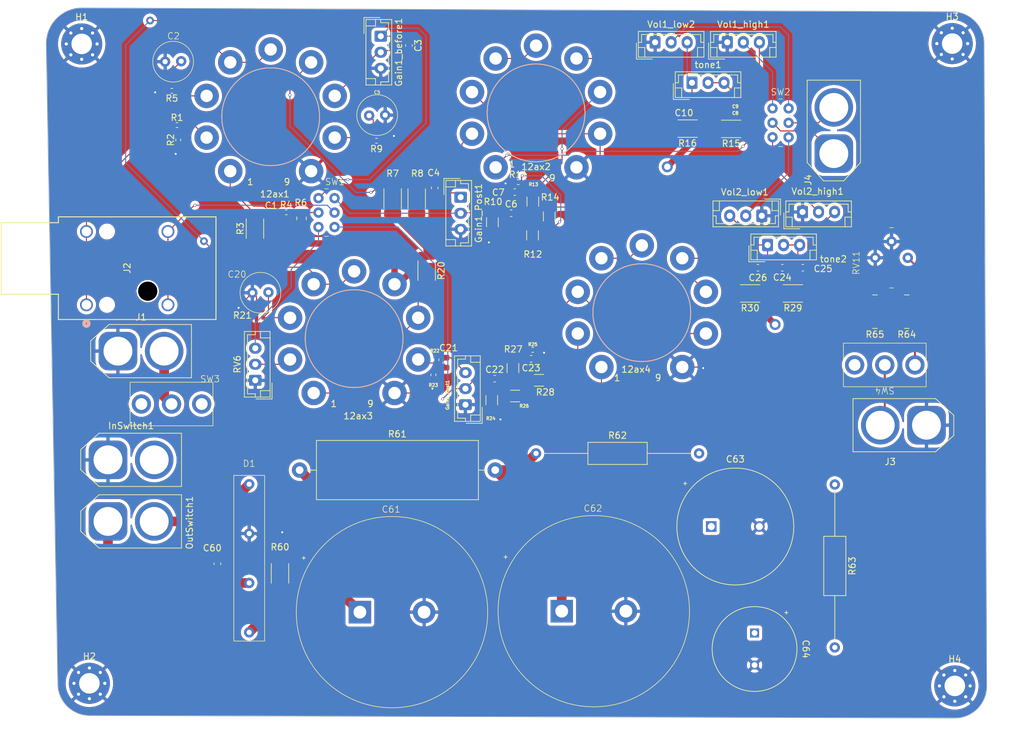
<source format=kicad_pcb>
(kicad_pcb (version 20241229) (generator "pcbnew") (generator_version "9.0")
  (layers (0 "F.Cu" signal) (4 "In1.Cu" signal) (6 "In2.Cu" signal) (2 "B.Cu" signal) (13 "F.Paste" user) (15 "B.Paste" user) (5 "F.SilkS" user "F.Silkscreen") (7 "B.SilkS" user "B.Silkscreen") (1 "F.Mask" user) (3 "B.Mask" user) (25 "Edge.Cuts" user))
  (net 0 "")
  (net 1 "Net-(C1-Pad2)")
  (net 2 "Net-(12ax1-1)")
  (net 3 "Net-(12ax1-3)")
  (net 4 "/Préampli/7")
  (net 5 "Net-(C3-Pad1)")
  (net 6 "Net-(C4-Pad1)")
  (net 7 "Net-(C4-Pad2)")
  (net 8 "Net-(12ax1-8)")
  (net 9 "Net-(C6-Pad1)")
  (net 10 "Net-(12ax2-2)")
  (net 11 "Net-(12ax2-7)")
  (net 12 "Net-(C8-Pad2)")
  (net 13 "Net-(12ax2-1)")
  (net 14 "Net-(C9-Pad1)")
  (net 15 "Net-(C10-Pad2)")
  (net 16 "Net-(12ax2-6)")
  (net 17 "Net-(12ax3-3)")
  (net 18 "Net-(C21-Pad1)")
  (net 19 "Net-(C21-Pad2)")
  (net 20 "Net-(C22-Pad1)")
  (net 21 "Net-(12ax4-2)")
  (net 22 "Net-(12ax4-7)")
  (net 23 "Net-(12ax4-1)")
  (net 24 "Net-(C24-Pad2)")
  (net 25 "Net-(C25-Pad1)")
  (net 26 "Net-(12ax4-6)")
  (net 27 "Net-(C26-Pad2)")
  (net 28 "Net-(OutSwitch1-Pin_1)")
  (net 29 "Net-(OutSwitch1-Pin_2)")
  (net 30 "Heater1_B")
  (net 31 "Net-(J4-Pin_2)")
  (net 32 "Net-(J4-Pin_1)")
  (net 33 "Net-(12ax1-2)")
  (net 34 "Net-(J2-Pad1)")
  (net 35 "D")
  (net 36 "Net-(R4-Pad2)")
  (net 37 "Net-(R11-Pad2)")
  (net 38 "Net-(12ax2-3)")
  (net 39 "C")
  (net 40 "Net-(12ax3-1)")
  (net 41 "Net-(12ax3-8)")
  (net 42 "Net-(R25-Pad2)")
  (net 43 "Net-(12ax4-3)")
  (net 44 "Heater1_A")
  (net 45 "Net-(RV6-Pad3)")
  (net 46 "Net-(12ax3-2)")
  (net 47 "5")
  (net 48 "2")
  (net 49 "3")
  (net 50 "+250V")
  (net 51 "Net-(J1-Pin_2)")
  (net 52 "Net-(J3-Pin_2)")
  (net 55 "/Préampli/neutre")
  (net 56 "Net-(D1-+)")
  (net 57 "Net-(C62-Pad1)")
  (net 58 "/Préampli/6")
  (net 59 "10")
  (footprint "Library_f:Holes_Switch_DPDT" (layer "F.Cu") (at 66.7 64.55)
    (property "Reference" "SW1")
    (property "Value" "SW_Push_DPDT")
  )
  (footprint "Connector_JST:JST_EH_B3B-EH-A_1x03_P2.50mm_Vertical" (layer "F.Cu") (at 140.875 64.45)
    (property "Reference" "Vol2_high1")
    (property "Value" "1M")
  )
  (footprint "Connector_JST:JST_EH_B3B-EH-A_1x03_P2.50mm_Vertical" (layer "F.Cu") (at 87.6 62.15 -90)
    (property "Reference" "Gain1_Post1")
    (property "Value" "1M")
  )
  (footprint "Preamp:NOVAL_BOTTOM_PCB" (layer "F.Cu") (at 115.8322 80.1512)
    (property "Reference" "12ax4")
    (property "Value" "~")
  )
  (footprint "Capacitor_SMD:C_0603_1608Metric" (layer "F.Cu") (at 95.475 64.65)
    (property "Reference" "C6")
    (property "Value" "47n")
  )
  (footprint "Connector_JST:JST_EH_B3B-EH-A_1x03_P2.50mm_Vertical" (layer "F.Cu") (at 135.425 69.6)
    (property "Reference" "tone2")
    (property "Value" "500k")
  )
  (footprint "Resistor_SMD:R_0402_1005Metric" (layer "F.Cu") (at 42.6 45.5667 180)
    (property "Reference" "R5")
    (property "Value" "1.5k")
  )
  (footprint "Capacitor_SMD:C_0603_1608Metric" (layer "F.Cu") (at 133.925 73.15)
    (property "Reference" "C26")
    (property "Value" "68n")
  )
  (footprint "Resistor_SMD:R_1206_3216Metric" (layer "F.Cu") (at 96.0875 93.15)
    (property "Reference" "R26")
    (property "Value" "1M")
  )
  (footprint "Resistor_SMD:R_2010_5025Metric" (layer "F.Cu") (at 55.55 67.05 90)
    (property "Reference" "R3")
    (property "Value" "100k")
  )
  (footprint "Resistor_SMD:R_0402_1005Metric" (layer "F.Cu") (at 60.425 64.5)
    (property "Reference" "R4")
    (property "Value" "68k")
  )
  (footprint "Capacitor_SMD:C_0603_1608Metric" (layer "F.Cu") (at 137.725 73.15)
    (property "Reference" "C24")
    (property "Value" "68n")
  )
  (footprint "Capacitor_SMD:C_0201_0603Metric" (layer "F.Cu") (at 58.075 64.5)
    (property "Reference" "C1")
    (property "Value" "1n")
  )
  (footprint "Resistor_SMD:R_0402_1005Metric" (layer "F.Cu") (at 74.49 53.3467)
    (property "Reference" "R9")
    (property "Value" "1.5k")
  )
  (footprint "Resistor_SMD:R_0402_1005Metric" (layer "F.Cu") (at 56.3 80.9233 180)
    (property "Reference" "R21")
    (property "Value" "1.5k")
  )
  (footprint "Capacitor_SMD:C_0603_1608Metric" (layer "F.Cu") (at 92.9 90.45)
    (property "Reference" "C22")
    (property "Value" "68n")
  )
  (footprint "Resistor_THT:R_Axial_DIN0309_L9.0mm_D3.2mm_P25.40mm_Horizontal" (layer "F.Cu") (at 145.9 106.95 -90)
    (property "Reference" "R63")
    (property "Value" "10k")
  )
  (footprint "Connector_JST:JST_EH_B3B-EH-A_1x03_P2.50mm_Vertical" (layer "F.Cu") (at 117.9 38)
    (property "Reference" "Vol1_low2")
    (property "Value" "1M")
  )
  (footprint "Resistor_SMD:R_0805_2012Metric" (layer "F.Cu") (at 62.8 65.45 -90)
    (property "Reference" "R6")
    (property "Value" "470k")
  )
  (footprint "Resistor_SMD:R_1206_3216Metric" (layer "F.Cu") (at 99.8 90.7)
    (property "Reference" "R28")
    (property "Value" "2.2k")
  )
  (footprint "Library_f:Capa_450V" (layer "F.Cu") (at 108.35 126.7)
    (property "Reference" "C62")
    (property "Value" "47u")
  )
  (footprint "Resistor_SMD:R_1206_3216Metric" (layer "F.Cu") (at 101.4 65.1533 90)
    (property "Reference" "R14")
    (property "Value" "2.2k")
  )
  (footprint "Preamp:CONN_NRJ4HF-1_NTK" (layer "F.Cu") (at 29.291104 78.9316 90)
    (property "Reference" "J2")
    (property "Value" "Jack-DC")
  )
  (footprint "Library_f:Potentiomètre_220" (layer "F.Cu") (at 154.74 71.6 180)
    (property "Reference" "RV11")
    (property "Value" "220")
  )
  (footprint "Resistor_SMD:R_0402_1005Metric" (layer "F.Cu") (at 83.35 89.85 -90)
    (property "Reference" "R23")
    (property "Value" "100k")
  )
  (footprint "Connector_AMASS:AMASS_XT60-M_1x02_P7.20mm_Vertical" (layer "F.Cu") (at 32.65 103.1)
    (property "Reference" "InSwitch1")
    (property "Value" "Conn_01x02")
  )
  (footprint "Library_f:Capa_L11mm_a2.5" (layer "F.Cu") (at 74.59 49.3467)
    (property "Reference" "C5")
    (property "Value" "22u")
  )
  (footprint "Resistor_SMD:R_2010_5025Metric" (layer "F.Cu") (at 80.75 62.3625 90)
    (property "Reference" "R8")
    (property "Value" "100k")
  )
  (footprint "MountingHole:MountingHole_3.2mm_M3_Pad_Via" (layer "F.Cu") (at 29.75 137.95)
    (property "Reference" "H2")
    (property "Value" "MountingHole_Pad")
  )
  (footprint "MountingHole:MountingHole_3.2mm_M3_Pad_Via" (layer "F.Cu") (at 164.2 38.2)
    (property "Reference" "H3")
    (property "Value" "MountingHole_Pad")
  )
  (footprint "Library_f:472123010111" (layer "F.Cu") (at 42.55 94.4)
    (property "Reference" "SW3")
    (property "Value" "SW_SPDT")
  )
  (footprint "Library_f:Capa_L11mm_a2.5" (layer "F.Cu") (at 42.8 41.0167 180)
    (property "Reference" "C2")
    (property "Value" "22u")
  )
  (footprint "Resistor_SMD:R_2010_5025Metric" (layer "F.Cu") (at 139.375 77.15 180)
    (property "Reference" "R29")
    (property "Value" "100k")
  )
  (footprint "Library_f:CP_Wurth_WCAP-AT1H-P5D13L25" (layer "F.Cu") (at 133.4 130.1 -90)
    (property "Reference" "C64")
    (property "Value" "22u")
  )
  (footprint "Connector_JST:JST_EH_B3B-EH-A_1x03_P2.50mm_Vertical" (layer "F.Cu") (at 55.6 90.7 90)
    (property "Reference" "RV6")
    (property "Value" "1M")
  )
  (footprint "Resistor_SMD:R_1020_2550Metric" (layer "F.Cu") (at 152.165 80 180)
    (property "Reference" "R65")
    (property "Value" "470")
  )
  (footprint "Resistor_SMD:R_0402_1005Metric" (layer "F.Cu") (at 43.4 50.91)
    (property "Reference" "R1")
    (property "Value" "68k")
  )
  (footprint "Resistor_SMD:R_1206_3216Metric" (layer "F.Cu") (at 92.55 66.05 -90)
    (property "Reference" "R10")
    (property "Value" "220k")
  )
  (footprint "Capacitor_SMD:C_0603_1608Metric" (layer "F.Cu") (at 140.925 73.15)
    (property "Reference" "C25")
    (property "Value" "4.7n")
  )
  (footprint "Preamp:NOVAL_BOTTOM_PCB" (layer "F.Cu") (at 58 49.6033)
    (property "Reference" "12ax1")
    (property "Value" "~")
  )
  (footprint "Resistor_SMD:R_0402_1005Metric" (layer "F.Cu") (at 98.84 85.95 180)
    (property "Reference" "R25")
    (property "Value" "47k")
  )
  (footprint "Connector_JST:JST_EH_B3B-EH-A_1x03_P2.50mm_Vertical" (layer "F.Cu") (at 123.65 44.3)
    (property "Reference" "tone1")
    (property "Value" "500k")
  )
  (footprint "Connector_AMASS:AMASS_XT60-M_1x02_P7.20mm_Vertical" (layer "F.Cu") (at 32.65 112.7)
    (property "Reference" "OutSwitch1")
    (property "Value" "Conn_01x02")
  )
  (footprint "Preamp:NOVAL_BOTTOM_PCB" (layer "F.Cu") (at 99.35 49.0033)
    (property "Reference" "12ax2")
    (property "Value" "~")
  )
  (footprint "Capacitor_SMD:C_0603_1608Metric" (layer "F.Cu") (at 96.025 61.35)
    (property "Reference" "C7")
    (property "Value" "47n")
  )
  (footprint "Capacitor_SMD:C_0201_0603Metric" (layer "F.Cu") (at 131.65 49.05)
    (property "Reference" "C8")
    (property "Value" "100n")
  )
  (footprint "Library_f:Pont_diodes" (layer "F.Cu") (at 54.65 118.45)
    (property "Reference" "D1")
    (property "Value" "4GBJ406U")
  )
  (footprint "Resistor_SMD:R_2010_5025Metric" (layer "F.Cu") (at 132.7125 77.15 180)
    (property "Reference" "R30")
    (property "Value" "100k")
  )
  (footprint "Resistor_SMD:R_1020_2550Metric" (layer "F.Cu") (at 157.115 80 180)
    (property "Reference" "R64")
    (property "Value" "470")
  )
  (footprint "MountingHole:MountingHole_3.2mm_M3_Pad_Via" (layer "F.Cu") (at 164.6 138.35)
    (property "Reference" "H4")
    (property "Value" "MountingHole_Pad")
  )
  (footprint "Preamp:NOVAL_BOTTOM_PCB" (layer "F.Cu") (at 71 84.2)
    (property "Reference" "12ax3")
    (property "Value" "~")
  )
  (footprint "Connector_JST:JST_EH_B3B-EH-A_1x03_P2.50mm_Vertical" (layer "F.Cu") (at 88.35 94.5 90)
    (property "Reference" "Gain2_Post1")
    (property "Value" "1M")
  )
  (footprint "Resistor_SMD:R_2010_5025Metric" (layer "F.Cu") (at 77 62.35 90)
    (property "Reference" "R7")
    (property "Value" "100k")
  )
  (footprint "Capacitor_SMD:C_0603_1608Metric" (layer "F.Cu") (at 49.7 119.3 -90)
    (property "Reference" "C60")
    (property "Value" "10n")
  )
  (footprint "Resistor_SMD:R_2010_5025Metric" (layer "F.Cu") (at 129.7625 51.5 180)
    (property "Reference" "R15")
    (property "Value" "100k")
  )
  (footprint "Resistor_SMD:R_2010_5025Metric" (layer "F.Cu") (at 82.3 73.6 -90)
    (property "Reference" "R20")
    (property "Value" "100k")
  )
  (footprint "Resistor_SMD:R_1206_3216Metric" (layer "F.Cu") (at 98.8 68.1033 90)
    (property "Reference" "R12")
    (property "Value" "1M")
  )
  (footprint "Capacitor_SMD:C_0201_0603Metric" (layer "F.Cu") (at 131.65 48)
    (property "Reference" "C9")
    (property "Value" "2.2n")
  )
  (footprint "Capacitor_SMD:C_0603_1608Metric" (layer "F.Cu") (at 83.55 60.7 -90)
    (property "Reference" "C4")
    (property "Value" "47n")
  )
  (footprint "Library_f:Holes_Switch_DPDT" (layer "F.Cu") (at 137.45 50.55)
    (property "Reference" "SW2")
    (property "Value" "SW_Push_DPDT")
  )
  (footprint "Resistor_SMD:R_1206_3216Metric" (layer "F.Cu") (at 92.45 93.8 -90)
    (property "Reference" "R24")
    (property "Value" "220k")
  )
  (footprint "Connector_JST:JST_EH_B3B-EH-A_1x03_P2.50mm_Vertical" (layer "F.Cu") (at 134.525 65.05 180)
    (property "Reference" "Vol2_low1")
    (property "Value" "1M")
  )
  (footprint "Resistor_SMD:R_0402_1005Metric" (layer "F.Cu") (at 43.6 53.21 90)
    (property "Reference" "R2")
    (property "Value" "1M")
  )
  (footprint "Connector_AMASS:AMASS_XT60-M_1x02_P7.20mm_Vertical" (layer "F.Cu") (at 160.19 97.7 180)
    (property "Reference" "J3")
    (property "Value" "Conn_01x02")
  )
  (footprint "Connector_AMASS:AMASS_XT60-M_1x02_P7.20mm_Vertical" (layer "F.Cu") (at 34.2 86.15)
    (property "Reference" "J1")
    (property "Value" "Conn_01x02")
  )
  (footprint "Connector_JST:JST_EH_B3B-EH-A_1x03_P2.50mm_Vertical" (layer "F.Cu") (at 75.15 37.05 -90)
    (property "Reference" "Gain1_before1")
    (property "Value" "1M")
  )
  (footprint "Capacitor_SMD:C_0201_0603Metric" (layer "F.Cu") (at 122.4 47.6)
    (property "Reference" "C10")
    (property "Value" "100n")
  )
  (footprint "Capacitor_SMD:C_0603_1608Metric" (layer "F.Cu") (at 98.575 87.35 180)
    (property "Reference" "C23")
    (property "Value" "68n")
  )
  (footprint "Connector_JST:JST_EH_B3B-EH-A_1x03_P2.50mm_Vertical" (layer "F.Cu") (at 129.15 38)
    (property "Reference" "Vol1_high1")
    (property "Value" "1M")
  )
  (footprint "Resistor_SMD:R_2010_5025Metric" (layer "F.Cu") (at 122.9625 51.45 180)
    (property "Reference" "R16")
    (property "Value" "100k")
  )
  (footprint "Resistor_SMD:R_1206_3216Metric" (layer "F.Cu") (at 98.85 62.8408 90)
    (property "Reference" "R13")
    (property "Value" "1M")
  )
  (footprint "Resistor_SMD:R_0402_1005Metric" (layer "F.Cu") (at 96.575 59.8)
    (property "Reference" "R11")
    (property "Value" "47k")
  )
  (footprint "Library_f:472123010111" (layer "F.Cu") (at 153.69 88.3 180)
    (property "Reference" "SW4")
    (property "Value" "SW_SPDT")
  )
  (footprint "Resistor_THT:R_Axial_Power_L25.0mm_W9.0mm_P30.48mm" (layer "F.Cu") (at 62.505 104.7)
    (property "Reference" "R61")
    (property "Value" "150")
  )
  (footprint "Library_f:CP_Wurth_WCAP-AT1H-P7.5D18L21" (layer "F.Cu") (at 126.65 113.5)
    (property "Reference" "C63")
    (property "Value" "33u")
  )
  (footprint "Library_f:Capa_L11mm_a2.5" (layer "F.Cu") (at 56.4 77.05 180)
    (property "Reference" "C20")
    (property "Value" "22u")
  )
  (footprint "Capacitor_SMD:C_0603_1608Metric" (layer "F.Cu") (at 79.55 38.5 -90)
    (property "Reference" "C3")
    (property "Value" "100p")
  )
  (footprint "Resistor_SMD:R_2010_5025Metric" (layer "F.Cu") (at 59.45 120.8 90)
    (property "Reference" "R60")
    (property "Value" "220k")
  )
  (footprint "Capacitor_SMD:C_0603_1608Metric" (layer "F.Cu") (at 85.375 87.95 90)
    (property "Reference" "C21")
    (property "Value" "68n")
  )
  (footprint "Library_f:Capa_450V" (layer "F.Cu") (at 76.9 126.85)
    (property "Reference" "C61")
    (property "Value" "220u")
  )
  (footprint "Resistor_SMD:R_1206_3216Metric" (layer "F.Cu") (at 95.75 88.8 90)
    (property "Reference" "R27")
    (property "Value" "1M")
  )
  (footprint "Resistor_SMD:R_0402_1005Metric" (layer "F.Cu") (at 83.825 87.5 90)
    (property "Reference" "R22")
    (property "Value" "100k")
  )
  (footprint "Resistor_THT:R_Axial_DIN0309_L9.0mm_D3.2mm_P25.40mm_Horizontal" (layer "F.Cu") (at 99.35 102.1)
    (property "Reference" "R62")
    (property "Value" "10k")
  )
  (footprint "MountingHole:MountingHole_3.2mm_M3_Pad_Via" (layer "F.Cu") (at 28.55 38.25)
    (property "Reference" "H1")
    (property "Value" "MountingHole_Pad")
  )
  (footprint "Connector_AMASS:AMASS_XT60-M_1x02_P7.20mm_Vertical" (layer "F.Cu") (at 145.75 55.35 90)
    (property "Reference" "J4")
    (property "Value" "Conn_01x02")
  )
  (gr_line (start 164.2 33.2) (end 28.6 32.6) (stroke (width 0.1)) (layer "Edge.Cuts"))
  (gr_line (start 23 38.2) (end 24.8 138) (stroke (width 0.1)) (layer "Edge.Cuts"))
  (gr_arc (start 29.8 143) (mid 26.264466 141.535534) (end 24.8 138) (stroke (width 0.1)) (layer "Edge.Cuts"))
  (gr_arc (start 23 38.2) (mid 24.640202 34.240202) (end 28.6 32.6) (stroke (width 0.1)) (layer "Edge.Cuts"))
  (gr_line (start 29.8 143) (end 164.6 143.4) (stroke (width 0.1)) (layer "Edge.Cuts"))
  (gr_arc (start 164.2 33.2) (mid 167.735534 34.664466) (end 169.2 38.2) (stroke (width 0.1)) (layer "Edge.Cuts"))
  (gr_arc (start 169.6 138.4) (mid 168.135534 141.935534) (end 164.6 143.4) (stroke (width 0.1)) (layer "Edge.Cuts"))
  (gr_line (start 169.6 138.4) (end 169.2 38.2) (stroke (width 0.1)) (layer "Edge.Cuts"))
  (segment (start 58.395 64.5) (end 59.915 64.5) (width 0.16) (layer "F.Cu") (net 1))
  (segment (start 57.5175 64.7375) (end 57.755 64.5) (width 0.16) (layer "F.Cu") (net 2))
  (segment (start 55.55 64.7375) (end 51.7008 60.8883) (width 0.16) (layer "F.Cu") (net 2))
  (segment (start 55.55 64.7375) (end 57.5175 64.7375) (width 0.16) (layer "F.Cu") (net 2))
  (segment (start 51.7008 60.8883) (end 51.7008 58.0869) (width 0.16) (layer "F.Cu") (net 2))
  (segment (start 48.0178 46.3521) (end 43.8954 46.3521) (width 0.16) (layer "F.Cu") (net 3))
  (segment (start 43.11 45.5667) (end 43.11 41.8867) (width 0.16) (layer "F.Cu") (net 3))
  (segment (start 43.11 41.8867) (end 44.05 40.9467) (width 0.16) (layer "F.Cu") (net 3))
  (segment (start 43.8954 46.3521) (end 43.11 45.5667) (width 0.16) (layer "F.Cu") (net 3))
  (segment (start 75.15 39.55) (end 74.7843 39.55) (width 0.16) (layer "F.Cu") (net 4))
  (segment (start 75.425 39.275) (end 75.15 39.55) (width 0.16) (layer "F.Cu") (net 4))
  (segment (start 74.7843 39.55) (end 67.9822 46.3521) (width 0.16) (layer "F.Cu") (net 4))
  (segment (start 79.55 39.275) (end 75.425 39.275) (width 0.16) (layer "F.Cu") (net 4))
  (segment (start 65.45 62.3) (end 68.35 59.4) (width 0.16) (layer "F.Cu") (net 5))
  (segment (start 75.15 37.05) (end 78.875 37.05) (width 0.16) (layer "F.Cu") (net 5))
  (segment (start 78.875 37.05) (end 79.55 37.725) (width 0.16) (layer "F.Cu") (net 5))
  (segment (start 68.35 59.4) (end 70 59.4) (width 0.16) (layer "F.Cu") (net 5))
  (via (at 70 59.4) (size 0.45) (drill 0.3) (layers "F.Cu" "B.Cu") (net 5))
  (segment (start 76.4 35.8) (end 75.15 37.05) (width 0.16) (layer "B.Cu") (net 5))
  (segment (start 73.4 59.4) (end 82.2 50.6) (width 0.16) (layer "B.Cu") (net 5))
  (segment (start 81 35.8) (end 76.4 35.8) (width 0.16) (layer "B.Cu") (net 5))
  (segment (start 70 59.4) (end 73.4 59.4) (width 0.16) (layer "B.Cu") (net 5))
  (segment (start 82.2 37) (end 81 35.8) (width 0.16) (layer "B.Cu") (net 5))
  (segment (start 82.2 50.6) (end 82.2 37) (width 0.16) (layer "B.Cu") (net 5))
  (segment (start 75.15 36.65) (end 75.15 37.05) (width 0.16) (layer "B.Cu") (net 5))
  (segment (start 83.425 60.05) (end 83.55 59.925) (width 0.16) (layer "F.Cu") (net 6))
  (segment (start 80.75 60.05) (end 83.425 60.05) (width 0.16) (layer "F.Cu") (net 6))
  (segment (start 83.55 61.475) (end 86.925 61.475) (width 0.16) (layer "F.Cu") (net 7))
  (segment (start 86.925 61.475) (end 87.6 62.15) (width 0.16) (layer "F.Cu") (net 7))
  (segment (start 73.98 50.0567) (end 73.34 49.4167) (width 0.16) (layer "F.Cu") (net 8))
  (segment (start 73.4878 52.8545) (end 73.98 53.3467) (width 0.16) (layer "F.Cu") (net 8))
  (segment (start 67.9822 52.8545) (end 73.4878 52.8545) (width 0.16) (layer "F.Cu") (net 8))
  (segment (start 73.98 53.3467) (end 73.98 50.0567) (width 0.16) (layer "F.Cu") (net 8))
  (segment (start 92.55 64.5875) (end 87.6625 64.5875) (width 0.16) (layer "F.Cu") (net 9))
  (segment (start 92.6125 64.65) (end 92.55 64.5875) (width 0.16) (layer "F.Cu") (net 9))
  (segment (start 87.6625 64.5875) (end 87.6 64.65) (width 0.16) (layer "F.Cu") (net 9))
  (segment (start 94.7 64.65) (end 92.6125 64.65) (width 0.16) (layer "F.Cu") (net 9))
  (segment (start 70.3 64.65) (end 67.95 62.3) (width 0.16) (layer "B.Cu") (net 9))
  (segment (start 87.6 64.65) (end 70.3 64.65) (width 0.16) (layer "B.Cu") (net 9))
  (segment (start 96.25 64.65) (end 96.25 67.0158) (width 0.16) (layer "F.Cu") (net 10))
  (segment (start 96.25 67.0158) (end 98.8 69.5658) (width 0.16) (layer "F.Cu") (net 10))
  (segment (start 87.8 56.2) (end 87.8 53.8223) (width 0.16) (layer "F.Cu") (net 10))
  (segment (start 87.8 53.8223) (end 89.3678 52.2545) (width 0.16) (layer "F.Cu") (net 10))
  (segment (start 96.25 64.65) (end 87.8 56.2) (width 0.16) (layer "F.Cu") (net 10))
  (segment (start 98.8217 61.35) (end 98.85 61.3783) (width 0.16) (layer "F.Cu") (net 11))
  (segment (start 98.85 61.3783) (end 103.4 56.8283) (width 0.16) (layer "F.Cu") (net 11))
  (segment (start 103.4 56.8283) (end 103.4 54.6) (width 0.16) (layer "F.Cu") (net 11))
  (segment (start 96.8 61.35) (end 98.8217 61.35) (width 0.16) (layer "F.Cu") (net 11))
  (via (at 103.4 54.6) (size 0.45) (drill 0.3) (layers "F.Cu" "B.Cu") (net 11))
  (segment (start 103.4 54.6) (end 103.4 51.6843) (width 0.16) (layer "B.Cu") (net 11))
  (segment (start 103.4 51.6843) (end 109.3322 45.7521) (width 0.16) (layer "B.Cu") (net 11))
  (segment (start 131.97 48) (end 131.97 49.05) (width 0.16) (layer "F.Cu") (net 12))
  (segment (start 134.15 45.65) (end 134.15 38) (width 0.16) (layer "F.Cu") (net 12))
  (segment (start 131.97 48) (end 131.97 47.83) (width 0.16) (layer "F.Cu") (net 12))
  (segment (start 131.97 47.83) (end 134.15 45.65) (width 0.16) (layer "F.Cu") (net 12))
  (segment (start 93.0508 57.4869) (end 93.0508 57.3492) (width 0.16) (layer "F.Cu") (net 13))
  (segment (start 131.6 54.2) (end 132.075 53.725) (width 0.16) (layer "F.Cu") (net 13))
  (segment (start 132.075 49.795) (end 131.33 49.05) (width 0.16) (layer "F.Cu") (net 13))
  (segment (start 132.075 51.5) (end 132.075 49.795) (width 0.16) (layer "F.Cu") (net 13))
  (segment (start 132.075 53.725) (end 132.075 51.5) (width 0.16) (layer "F.Cu") (net 13))
  (segment (start 93.0508 57.3492) (end 94.8 55.6) (width 0.16) (layer "F.Cu") (net 13))
  (via (at 131.6 54.2) (size 0.45) (drill 0.3) (layers "F.Cu" "B.Cu") (net 13))
  (via (at 94.8 55.6) (size 0.45) (drill 0.3) (layers "F.Cu" "B.Cu") (net 13))
  (segment (start 130.8 55) (end 131.6 54.2) (width 0.16) (layer "B.Cu") (net 13))
  (segment (start 105 55) (end 130.8 55) (width 0.16) (layer "B.Cu") (net 13))
  (segment (start 94.8 55.6) (end 104.4 55.6) (width 0.16) (layer "B.Cu") (net 13))
  (segment (start 104.4 55.6) (end 105 55) (width 0.16) (layer "B.Cu") (net 13))
  (segment (start 131.33 46.98) (end 128.65 44.3) (width 0.16) (layer "F.Cu") (net 14))
  (segment (start 131.33 48) (end 131.33 46.98) (width 0.16) (layer "F.Cu") (net 14))
  (segment (start 128.65 44.3) (end 126.15 44.3) (width 0.16) (layer "F.Cu") (net 14))
  (segment (start 123.65 44.3) (end 123.65 46.67) (width 0.16) (layer "F.Cu") (net 15))
  (segment (start 123.65 46.67) (end 122.72 47.6) (width 0.16) (layer "F.Cu") (net 15))
  (segment (start 122.9 38) (end 122.9 43.55) (width 0.16) (layer "B.Cu") (net 15))
  (segment (start 122.9 43.55) (end 123.65 44.3) (width 0.16) (layer "B.Cu") (net 15))
  (segment (start 120.65 49.03) (end 122.08 47.6) (width 0.16) (layer "F.Cu") (net 16))
  (segment (start 109.7197 40.5197) (end 120.65 51.45) (width 0.16) (layer "F.Cu") (net 16))
  (segment (start 120.65 51.45) (end 120.65 49.03) (width 0.16) (layer "F.Cu") (net 16))
  (segment (start 105.6492 40.5197) (end 109.7197 40.5197) (width 0.16) (layer "F.Cu") (net 16))
  (segment (start 57.65 80.0833) (end 56.81 80.9233) (width 0.16) (layer "F.Cu") (net 17))
  (segment (start 57.65 76.98) (end 57.65 80.0833) (width 0.16) (layer "F.Cu") (net 17))
  (segment (start 60.9923 80.9233) (end 61.0178 80.9488) (width 0.16) (layer "F.Cu") (net 17))
  (segment (start 56.81 80.9233) (end 60.9923 80.9233) (width 0.16) (layer "F.Cu") (net 17))
  (segment (start 85.375 88.725) (end 85.375 88.54) (width 0.16) (layer "F.Cu") (net 18))
  (segment (start 85.375 88.54) (end 83.825 86.99) (width 0.16) (layer "F.Cu") (net 18))
  (segment (start 86.025 87.175) (end 85.375 87.175) (width 0.16) (layer "F.Cu") (net 19))
  (segment (start 88.35 89.5) (end 86.025 87.175) (width 0.16) (layer "F.Cu") (net 19))
  (segment (start 86.4 92) (end 84.8 93.6) (width 0.16) (layer "F.Cu") (net 20))
  (segment (start 92.125 90.45) (end 92.125 92.0125) (width 0.16) (layer "F.Cu") (net 20))
  (segment (start 89.9 90.45) (end 88.35 92) (width 0.16) (layer "F.Cu") (net 20))
  (segment (start 92.125 90.45) (end 89.9 90.45) (width 0.16) (layer "F.Cu") (net 20))
  (segment (start 88.35 92) (end 86.4 92) (width 0.16) (layer "F.Cu") (net 20))
  (segment (start 92.125 92.0125) (end 92.45 92.3375) (width 0.16) (layer "F.Cu") (net 20))
  (via (at 84.8 93.6) (size 0.45) (drill 0.3) (layers "F.Cu" "B.Cu") (net 20))
  (segment (start 77.8 66.8) (end 67.95 66.8) (width 0.16) (layer "B.Cu") (net 20))
  (segment (start 84.8 93.6) (end 85.6 92.8) (width 0.16) (layer "B.Cu") (net 20))
  (segment (start 85.6 74.6) (end 77.8 66.8) (width 0.16) (layer "B.Cu") (net 20))
  (segment (start 85.6 92.8) (end 85.6 74.6) (width 0.16) (layer "B.Cu") (net 20))
  (segment (start 105.85 83.4024) (end 105.85 92.55) (width 0.16) (layer "F.Cu") (net 21))
  (segment (start 94.625 93.15) (end 94.625 95.025) (width 0.16) (layer "F.Cu") (net 21))
  (segment (start 100.8 97.6) (end 97.2 97.6) (width 0.16) (layer "F.Cu") (net 21))
  (segment (start 93.675 90.45) (end 93.675 92.2) (width 0.16) (layer "F.Cu") (net 21))
  (segment (start 94.625 95.025) (end 97.2 97.6) (width 0.16) (layer "F.Cu") (net 21))
  (segment (start 105.85 92.55) (end 100.8 97.6) (width 0.16) (layer "F.Cu") (net 21))
  (segment (start 93.675 92.2) (end 94.625 93.15) (width 0.16) (layer "F.Cu") (net 21))
  (segment (start 123.3144 74.4) (end 102.8 74.4) (width 0.16) (layer "F.Cu") (net 22))
  (segment (start 95.75 81.45) (end 95.75 87.3375) (width 0.16) (layer "F.Cu") (net 22))
  (segment (start 102.8 74.4) (end 95.75 81.45) (width 0.16) (layer "F.Cu") (net 22))
  (segment (start 95.75 87.3375) (end 97.7875 87.3375) (width 0.16) (layer "F.Cu") (net 22))
  (segment (start 125.8144 76.9) (end 123.3144 74.4) (width 0.16) (layer "F.Cu") (net 22))
  (segment (start 97.7875 87.3375) (end 97.8 87.35) (width 0.16) (layer "F.Cu") (net 22))
  (segment (start 141.6875 81.3125) (end 128.8 94.2) (width 0.16) (layer "F.Cu") (net 23))
  (segment (start 128.8 94.2) (end 112.4 94.2) (width 0.16) (layer "F.Cu") (net 23))
  (segment (start 140.95 77.15) (end 141.6875 77.15) (width 0.16) (layer "F.Cu") (net 23))
  (segment (start 136.95 73.15) (end 140.95 77.15) (width 0.16) (layer "F.Cu") (net 23))
  (segment (start 112.4 94.2) (end 109.533 91.333) (width 0.16) (layer "F.Cu") (net 23))
  (segment (start 141.6875 77.15) (end 141.6875 81.3125) (width 0.16) (layer "F.Cu") (net 23))
  (segment (start 109.533 91.333) (end 109.533 88.6348) (width 0.16) (layer "F.Cu") (net 23))
  (segment (start 141.7 73.15) (end 141.7 68.625) (width 0.16) (layer "F.Cu") (net 24))
  (segment (start 139.75 74.4) (end 140.45 74.4) (width 0.16) (layer "F.Cu") (net 24))
  (segment (start 138.5 73.15) (end 139.75 74.4) (width 0.16) (layer "F.Cu") (net 24))
  (segment (start 140.45 74.4) (end 141.7 73.15) (width 0.16) (layer "F.Cu") (net 24))
  (segment (start 141.7 68.625) (end 145.875 64.45) (width 0.16) (layer "F.Cu") (net 24))
  (segment (start 140.15 73.15) (end 140.15 69.875) (width 0.16) (layer "F.Cu") (net 25))
  (segment (start 140.15 69.875) (end 140.425 69.6) (width 0.16) (layer "F.Cu") (net 25))
  (segment (start 137.925 69.6) (end 140.425 69.6) (width 0.16) (layer "F.Cu") (net 25))
  (segment (start 124.9176 71.6676) (end 130.4 77.15) (width 0.16) (layer "F.Cu") (net 26))
  (segment (start 133.15 73.15) (end 133.15 74.4) (width 0.16) (layer "F.Cu") (net 26))
  (segment (start 133.15 74.4) (end 130.4 77.15) (width 0.16) (layer "F.Cu") (net 26))
  (segment (start 122.1314 71.6676) (end 124.9176 71.6676) (width 0.16) (layer "F.Cu") (net 26))
  (segment (start 135.425 72.425) (end 134.7 73.15) (width 0.16) (layer "F.Cu") (net 27))
  (segment (start 135.425 69.6) (end 135.425 72.425) (width 0.16) (layer "F.Cu") (net 27))
  (segment (start 134.075 69.6) (end 135.425 69.6) (width 0.16) (layer "F.Cu") (net 27))
  (segment (start 129.525 65.05) (end 134.075 69.6) (width 0.16) (layer "F.Cu") (net 27))
  (segment (start 54.65 122.3) (end 50.5 122.3) (width 1.5) (layer "F.Cu") (net 28))
  (segment (start 32.65 123.85) (end 34.8 126) (width 1.5) (layer "F.Cu") (net 28))
  (segment (start 50.5 122.3) (end 49.7 121.5) (width 1.5) (layer "F.Cu") (net 28))
  (segment (start 34.8 126) (end 39.8 126) (width 1.5) (layer "F.Cu") (net 28))
  (segment (start 32.65 112.7) (end 32.65 123.85) (width 1.5) (layer "F.Cu") (net 28))
  (segment (start 49.7 120.075) (end 49.7 121.5) (width 1.5) (layer "F.Cu") (net 28))
  (segment (start 45.725 120.075) (end 49.7 120.075) (width 1.5) (layer "F.Cu") (net 28))
  (segment (start 39.8 126) (end 45.725 120.075) (width 1.5) (layer "F.Cu") (net 28))
  (segment (start 49.7 117.7) (end 49.7 118.274) (width 1.5) (layer "F.Cu") (net 29))
  (segment (start 49.8 111.75) (end 49.8 117.6) (width 1.5) (layer "F.Cu") (net 29))
  (segment (start 44.7 112.7) (end 49.7 117.7) (width 1.5) (layer "F.Cu") (net 29))
  (segment (start 54.65 106.9) (end 49.8 111.75) (width 1.5) (layer "F.Cu") (net 29))
  (segment (start 39.85 112.7) (end 44.7 112.7) (width 1.5) (layer "F.Cu") (net 29))
  (segment (start 49.8 117.6) (end 49.7 117.7) (width 1.5) (layer "F.Cu") (net 29))
  (segment (start 100.6 87) (end 100.6 86.4) (width 0.16) (layer "F.Cu") (net 30))
  (segment (start 40.2333 45.5667) (end 40 45.8) (width 0.16) (layer "F.Cu") (net 30))
  (segment (start 125.2348 88.6348) (end 125.4 88.8) (width 0.16) (layer "F.Cu") (net 30))
  (segment (start 43.6 53.72) (end 43.6 55) (width 0.16) (layer "F.Cu") (net 30))
  (segment (start 93.8 96.6125) (end 93.8 96.8) (width 0.16) (layer "F.Cu") (net 30))
  (segment (start 75 53.3467) (end 76.4533 53.3467) (width 0.16) (layer "F.Cu") (net 30))
  (segment (start 82.5164 92.6836) (end 83.2 92) (width 0.16) (layer "F.Cu") (net 30))
  (segment (start 100.6 87) (end 100.25 87.35) (width 0.16) (layer "F.Cu") (net 30))
  (segment (start 53 79.2) (end 53 79.4) (width 0.16) (layer "F.Cu") (net 30))
  (segment (start 122.1314 88.6348) (end 125.2348 88.6348) (width 0.16) (layer "F.Cu") (net 30))
  (segment (start 76.4533 53.3467) (end 77.2 52.6) (width 0.16) (layer "F.Cu") (net 30))
  (segment (start 55.79 77.69) (end 55.15 77.05) (width 0.16) (layer "F.Cu") (net 30))
  (segment (start 77.2992 92.6836) (end 82.5164 92.6836) (width 0.16) (layer "F.Cu") (net 30))
  (segment (start 94.8 59.8) (end 94.6 60) (width 0.16) (layer "F.Cu") (net 30))
  (segment (start 55.5625 114.6) (end 54.65 114.6) (width 0.16) (layer "F.Cu") (net 30))
  (segment (start 99.35 85.95) (end 100.15 85.95) (width 0.16) (layer "F.Cu") (net 30))
  (segment (start 59.6 114.6) (end 59.8 114.4) (width 0.16) (layer "F.Cu") (net 30))
  (segment (start 83.35 91.85) (end 83.2 92) (width 0.16) (layer "F.Cu") (net 30))
  (segment (start 43.6 55) (end 43.2 55.4) (width 0.16) (layer "F.Cu") (net 30))
  (segment (start 59.45 118.4875) (end 55.5625 114.6) (width 0.16) (layer "F.Cu") (net 30))
  (segment (start 96.065 59.8) (end 94.8 59.8) (width 0.16) (layer "F.Cu") (net 30))
  (segment (start 100.15 85.95) (end 100.6 86.4) (width 0.16) (layer "F.Cu") (net 30))
  (segment (start 92.55 67.5125) (end 92.55 68.65) (width 0.16) (layer "F.Cu") (net 30))
  (segment (start 55.15 77.05) (end 53 79.2) (width 0.16) (layer "F.Cu") (net 30))
  (segment (start 55.79 80.9233) (end 54.5233 80.9233) (width 0.16) (layer "F.Cu") (net 30))
  (segment (start 95.25 60.615) (end 96.065 59.8) (width 0.16) (layer "F.Cu") (net 30))
  (segment (start 55.79 80.9233) (end 55.79 77.69) (width 0.16) (layer "F.Cu") (net 30))
  (segment (start 54.5233 80.9233) (end 53 79.4) (width 0.16) (layer "F.Cu") (net 30))
  (segment (start 92.55 68.65) (end 92 69.2) (width 0.16) (layer "F.Cu") (net 30))
  (segment (start 54.65 114.6) (end 59.6 114.6) (width 0.16) (layer "F.Cu") (net 30))
  (segment (start 100.25 87.35) (end 99.35 87.35) (width 0.16) (layer "F.Cu") (net 30))
  (segment (start 42.09 45.5667) (end 40.2333 45.5667) (width 0.16) (layer "F.Cu") (net 30))
  (segment (start 83.35 90.36) (end 83.35 91.85) (width 0.16) (layer "F.Cu") (net 30))
  (segment (start 95.25 61.35) (end 95.25 60.615) (width 0.16) (layer "F.Cu") (net 30))
  (segment (start 92.45 95.2625) (end 93.8 96.6125) (width 0.16) (layer "F.Cu") (net 30))
  (via (at 59.8 114.4) (size 0.45) (drill 0.3) (layers "F.Cu" "B.Cu") (net 30))
  (via (at 93.8 96.8) (size 0.45) (drill 0.3) (layers "F.Cu" "B.Cu") (net 30))
  (via (at 43.2 55.4) (size 0.45) (drill 0.3) (layers "F.Cu" "B.Cu") (net 30))
  (via (at 125.4 88.8) (size 0.45) (drill 0.3) (layers "F.Cu" "B.Cu") (net 30))
  (via (at 94.6 60) (size 0.45) (drill 0.3) (layers "F.Cu" "B.Cu") (net 30))
  (via (at 100.6 86.4) (size 0.45) (drill 0.3) (layers "F.Cu" "B.Cu") (net 30))
  (via (at 83.2 92) (size 0.45) (drill 0.3) (layers "F.Cu" "B.Cu") (net 30))
  (via (at 92 69.2) (size 0.45) (drill 0.3) (layers "F.Cu" "B.Cu") (net 30))
  (via (at 77.2 52.6) (size 0.45) (drill 0.3) (layers "F.Cu" "B.Cu") (net 30))
  (via (at 53 79.4) (size 0.45) (drill 0.3) (layers "F.Cu" "B.Cu") (net 30))
  (via (at 40 45.8) (size 0.45) (drill 0.3) (layers "F.Cu" "B.Cu") (net 30))
  (segment (start 138.7 50.55) (end 143.35 50.55) (width 0.16) (layer "F.Cu") (net 31))
  (segment (start 143.35 50.55) (end 145.75 48.15) (width 0.16) (layer "F.Cu") (net 31))
  (segment (start 142.219 51.819) (end 145.75 55.35) (width 0.16) (layer "F.Cu") (net 32))
  (segment (start 136.2 50.55) (end 137.469 51.819) (width 0.16) (layer "F.Cu") (net 32))
  (segment (start 137.469 51.819) (end 142.219 51.819) (width 0.16) (layer "F.Cu") (net 32))
  (segment (start 48.0178 52.8545) (end 46.0733 50.91) (width 0.16) (layer "F.Cu") (net 33))
  (segment (start 46.0733 50.91) (end 43.91 50.91) (width 0.16) (layer "F.Cu") (net 33))
  (segment (start 40.49 50.91) (end 38.5 52.9) (width 0.16) (layer "F.Cu") (net 34))
  (segment (start 42.89 50.91) (end 40.49 50.91) (width 0.16) (layer "F.Cu") (net 34))
  (segment (start 38.7 52.7) (end 38.5 52.9) (width 0.16) (layer "F.Cu") (net 34))
  (segment (start 29.291104 67.5016) (end 29.291104 78.9316) (width 0.16) (layer "F.Cu") (net 34))
  (segment (start 29.291104 62.108896) (end 29.291104 67.2406) (width 0.16) (layer "F.Cu") (net 34))
  (segment (start 38.5 52.9) (end 29.291104 62.108896) (width 0.16) (layer "F.Cu") (net 34))
  (segment (start 43.6 52.7) (end 38.7 52.7) (width 0.16) (layer "F.Cu") (net 34))
  (segment (start 77.2992 72.6992) (end 77.2992 75.7164) (width 1) (layer "F.Cu") (net 35))
  (segment (start 77.2992 75.7164) (end 77.8711 75.7164) (width 1) (layer "F.Cu") (net 35))
  (segment (start 82.3 71.2875) (end 82.3 69.9625) (width 1) (layer "F.Cu") (net 35))
  (segment (start 82.3 69.9625) (end 77 64.6625) (width 1) (layer "F.Cu") (net 35))
  (segment (start 77.8711 75.7164) (end 82.3 71.2875) (width 1) (layer "F.Cu") (net 35))
  (segment (start 73.9625 69.3625) (end 77.2992 72.6992) (width 1) (layer "F.Cu") (net 35))
  (segment (start 55.55 69.3625) (end 73.9625 69.3625) (width 1) (layer "F.Cu") (net 35))
  (segment (start 62.7625 64.5) (end 62.8 64.5375) (width 0.16) (layer "F.Cu") (net 36))
  (segment (start 65.4375 64.5375) (end 65.45 64.55) (width 0.16) (layer "F.Cu") (net 36))
  (segment (start 62.8 64.5375) (end 65.4375 64.5375) (width 0.16) (layer "F.Cu") (net 36))
  (segment (start 60.935 64.5) (end 62.7625 64.5) (width 0.16) (layer "F.Cu") (net 36))
  (segment (start 98.85 64.3033) (end 98.85 66.5908) (width 0.16) (layer "F.Cu") (net 37))
  (segment (start 97.085 59.8) (end 97.085 58.915) (width 0.16) (layer "F.Cu") (net 37))
  (segment (start 97.085 58.915) (end 97.2 58.8) (width 0.16) (layer "F.Cu") (net 37))
  (segment (start 98.8 66.6408) (end 101.375 66.6408) (width 0.16) (layer "F.Cu") (net 37))
  (segment (start 101.375 66.6408) (end 101.4 66.6158) (width 0.16) (layer "F.Cu") (net 37))
  (segment (start 98.85 66.5908) (end 98.8 66.6408) (width 0.16) (layer "F.Cu") (net 37))
  (segment (start 103 66) (end 102.3842 66.6158) (width 0.16) (layer "F.Cu") (net 37))
  (segment (start 102.3842 66.6158) (end 101.4 66.6158) (width 0.16) (layer "F.Cu") (net 37))
  (via (at 103 66) (size 0.45) (drill 0.3) (layers "F.Cu" "B.Cu") (net 37))
  (via (at 97.2 58.8) (size 0.45) (drill 0.3) (layers "F.Cu" "B.Cu") (net 37))
  (segment (start 103.2 65.8) (end 103 66) (width 0.16) (layer "B.Cu") (net 37))
  (segment (start 97.2 58.8) (end 100.2 58.8) (width 0.16) (layer "B.Cu") (net 37))
  (segment (start 100.2 58.8) (end 100.4 59) (width 0.16) (layer "B.Cu") (net 37))
  (segment (start 100.4 59) (end 103.2 61.8) (width 0.16) (layer "B.Cu") (net 37))
  (segment (start 103.2 61.8) (end 103.2 65.8) (width 0.16) (layer "B.Cu") (net 37))
  (segment (start 109.3322 59.8678) (end 109.3322 52.2545) (width 0.16) (layer "F.Cu") (net 38))
  (segment (start 95.8702 52.2545) (end 89.3678 45.7521) (width 0.16) (layer "F.Cu") (net 38))
  (segment (start 105.5092 63.6908) (end 109.3322 59.8678) (width 0.16) (layer "F.Cu") (net 38))
  (segment (start 101.4 63.6908) (end 105.5092 63.6908) (width 0.16) (layer "F.Cu") (net 38))
  (segment (start 109.3322 52.2545) (end 95.8702 52.2545) (width 0.16) (layer "F.Cu") (net 38))
  (segment (start 125.275 51.925) (end 119.8 57.4) (width 1) (layer "F.Cu") (net 39))
  (segment (start 135.025 77.15) (end 135.025 80.425) (width 1) (layer "F.Cu") (net 39))
  (segment (start 125.325 51.5) (end 125.275 51.45) (width 1) (layer "F.Cu") (net 39))
  (segment (start 137.0625 77.15) (end 135.025 77.15) (width 1) (layer "F.Cu") (net 39))
  (segment (start 135.025 80.425) (end 136.6 82) (width 1) (layer "F.Cu") (net 39))
  (segment (start 125.275 51.45) (end 125.275 51.925) (width 1) (layer "F.Cu") (net 39))
  (segment (start 125.275 51.45) (end 125.275 52.125) (width 1) (layer "F.Cu") (net 39))
  (segment (start 127.45 51.5) (end 125.325 51.5) (width 1) (layer "F.Cu") (net 39))
  (via (at 136.6 82) (size 1.7) (drill 1) (layers "F.Cu" "B.Cu") (net 39))
  (via (at 119.8 57.4) (size 1.7) (drill 1) (layers "F.Cu" "B.Cu") (net 39))
  (segment (start 80.9822 77.2303) (end 82.3 75.9125) (width 0.16) (layer "F.Cu") (net 40))
  (segment (start 64.7008 92.6836) (end 69.2474 92.6836) (width 0.16) (layer "F.Cu") (net 40))
  (segment (start 69.2474 92.6836) (end 80.9822 80.9488) (width 0.16) (layer "F.Cu") (net 40))
  (segment (start 80.9822 80.9488) (end 80.9822 77.2303) (width 0.16) (layer "F.Cu") (net 40))
  (segment (start 81.541 88.01) (end 80.9822 87.4512) (width 0.16) (layer "F.Cu") (net 41))
  (segment (start 83.825 88.865) (end 83.35 89.34) (width 0.16) (layer "F.Cu") (net 41))
  (segment (start 83.825 88.01) (end 83.825 88.865) (width 0.16) (layer "F.Cu") (net 41))
  (segment (start 83.825 88.01) (end 81.541 88.01) (width 0.16) (layer "F.Cu") (net 41))
  (segment (start 97.55 91.4875) (end 98.3375 90.7) (width 0.16) (layer "F.Cu") (net 42))
  (segment (start 101.4 87.6) (end 98.3375 90.6625) (width 0.16) (layer "F.Cu") (net 42))
  (segment (start 99.68 84.6) (end 100.2 84.6) (width 0.16) (layer "F.Cu") (net 42))
  (segment (start 98.33 85.95) (end 99.68 84.6) (width 0.16) (layer "F.Cu") (net 42))
  (segment (start 101.4 85.8) (end 101.4 87.6) (width 0.16) (layer "F.Cu") (net 42))
  (segment (start 98.3375 90.7) (end 97.7 90.7) (width 0.16) (layer "F.Cu") (net 42))
  (segment (start 98.3375 90.6625) (end 98.3375 90.7) (width 0.16) (layer "F.Cu") (net 42))
  (segment (start 97.7 90.7) (end 97.2625 90.2625) (width 0.16) (layer "F.Cu") (net 42))
  (segment (start 100.2 84.6) (end 101.4 85.8) (width 0.16) (layer "F.Cu") (net 42))
  (segment (start 97.55 93.15) (end 97.55 91.4875) (width 0.16) (layer "F.Cu") (net 42))
  (segment (start 97.2625 90.2625) (end 95.75 90.2625) (width 0.16) (layer "F.Cu") (net 42))
  (segment (start 125.8144 83.4024) (end 112.3524 83.4024) (width 0.16) (layer "F.Cu") (net 43))
  (segment (start 102.8 79.95) (end 105.85 76.9) (width 0.16) (layer "F.Cu") (net 43))
  (segment (start 101.2625 90.7) (end 102.8 89.1625) (width 0.16) (layer "F.Cu") (net 43))
  (segment (start 112.3524 83.4024) (end 105.85 76.9) (width 0.16) (layer "F.Cu") (net 43))
  (segment (start 102.8 89.1625) (end 102.8 79.95) (width 0.16) (layer "F.Cu") (net 43))
  (segment (start 55.9934 41.1197) (end 58 39.1131) (width 0.16) (layer "F.Cu") (net 44))
  (segment (start 51.7008 41.1197) (end 45.1811 34.6) (width 0.16) (layer "F.Cu") (net 44))
  (segment (start 63.664122 73.064122) (end 64.7008 74.1008) (width 0.16) (layer "F.Cu") (net 44))
  (segment (start 93.0508 40.5197) (end 97.3434 40.5197) (width 0.16) (layer "F.Cu") (net 44))
  (segment (start 97.3434 40.5197) (end 99.35 38.5131) (width 0.16) (layer "F.Cu") (net 44))
  (segment (start 68.9934 75.7164) (end 71 73.7098) (width 0.16) (layer "F.Cu") (net 44))
  (segment (start 158.24 80) (end 158.24 72.56) (width 0.3) (layer "F.Cu") (net 44))
  (segment (start 47.6 69) (end 51.664122 73.064122) (width 0.16) (layer "F.Cu") (net 44))
  (segment (start 45.1811 34.6) (end 39.2 34.6) (width 0.16) (layer "F.Cu") (net 44))
  (segment (start 51.664122 73.064122) (end 63.664122 73.064122) (width 0.16) (layer "F.Cu") (net 44))
  (segment (start 113.8256 71.6676) (end 115.8322 69.661) (width 0.16) (layer "F.Cu") (net 44))
  (segment (start 109.533 71.6676) (end 113.8256 71.6676) (width 0.16) (layer "F.Cu") (net 44))
  (segment (start 158.39 80.15) (end 158.24 80) (width 0.3) (layer "F.Cu") (net 44))
  (segment (start 158.24 72.56) (end 157.28 71.6) (width 0.3) (layer "F.Cu") (net 44))
  (segment (start 64.7008 74.1008) (end 64.7008 75.7164) (width 0.16) (layer "F.Cu") (net 44))
  (segment (start 158.39 88.3) (end 158.39 80.15) (width 0.3) (layer "F.Cu") (net 44))
  (segment (start 64.7008 75.7164) (end 68.9934 75.7164) (width 0.16) (layer "F.Cu") (net 44))
  (segment (start 51.7008 41.1197) (end 55.9934 41.1197) (width 0.16) (layer "F.Cu") (net 44))
  (via (at 47.6 69) (size 1.2) (drill 0.6) (layers "F.Cu" "B.Cu") (net 44))
  (via (at 39.2 34.6) (size 1.2) (drill 0.6) (layers "F.Cu" "B.Cu") (net 44))
  (segment (start 35.4 43.6) (end 35.4 56.8) (width 0.16) (layer "B.Cu") (net 44))
  (segment (start 35.4 56.8) (end 47.6 69) (width 0.16) (layer "B.Cu") (net 44))
  (segment (start 39.2 34.6) (end 35.4 38.4) (width 0.16) (layer "B.Cu") (net 44))
  (segment (start 35.4 38.4) (end 35.4 43.6) (width 0.16) (layer "B.Cu") (net 44))
  (segment (start 55.6 81.8) (end 61.2 76.2) (width 0.16) (layer "B.Cu") (net 45))
  (segment (start 61.2 73.4) (end 65.45 69.15) (width 0.16) (layer "B.Cu") (net 45))
  (segment (start 55.6 85.7) (end 55.6 81.8) (width 0.16) (layer "B.Cu") (net 45))
  (segment (start 65.45 69.15) (end 65.45 66.8) (width 0.16) (layer "B.Cu") (net 45))
  (segment (start 61.2 76.2) (end 61.2 73.4) (width 0.16) (layer "B.Cu") (net 45))
  (segment (start 55.6 88.2) (end 60.269 88.2) (width 0.16) (layer "F.Cu") (net 46))
  (segment (start 60.269 88.2) (end 61.0178 87.4512) (width 0.16) (layer "F.Cu") (net 46))
  (segment (start 136.2 57.275) (end 143.375 64.45) (width 0.16) (layer "F.Cu") (net 47))
  (segment (start 136.2 52.8) (end 136.2 57.275) (width 0.16) (layer "F.Cu") (net 47))
  (segment (start 131.65 38.05) (end 136.2 42.6) (width 0.16) (layer "B.Cu") (net 48))
  (segment (start 136.2 42.6) (end 136.2 48.3) (width 0.16) (layer "B.Cu") (net 48))
  (segment (start 131.65 38) (end 131.65 38.05) (width 0.16) (layer "B.Cu") (net 48))
  (segment (start 138.7 36.9) (end 137.4 35.6) (width 0.16) (layer "B.Cu") (net 49))
  (segment (start 122.8 35.6) (end 120.4 38) (width 0.16) (layer "B.Cu") (net 49))
  (segment (start 138.7 48.3) (end 138.7 36.9) (width 0.16) (layer "B.Cu") (net 49))
  (segment (start 137.4 35.6) (end 122.8 35.6) (width 0.16) (layer "B.Cu") (net 49))
  (segment (start 41.4 93.25) (end 42.55 94.4) (width 1.5) (layer "F.Cu") (net 51))
  (segment (start 41.4 86.15) (end 41.4 93.25) (width 1.5) (layer "F.Cu") (net 51))
  (segment (start 153.69 88.3) (end 153.69 97) (width 0.3) (layer "F.Cu") (net 52))
  (segment (start 153.69 97) (end 152.99 97.7) (width 0.3) (layer "F.Cu") (net 52))
  (segment (start 41.991104 78.9316) (end 41.991104 67.5016) (width 0.16) (layer "F.Cu") (net 55))
  (segment (start 41.991104 67.5016) (end 46.092704 63.4) (width 0.16) (layer "F.Cu") (net 55))
  (segment (start 46.092704 63.4) (end 46.2 63.4) (width 0.16) (layer "F.Cu") (net 55))
  (via (at 46.2 63.4) (size 0.45) (drill 0.3) (layers "F.Cu" "B.Cu") (net 55))
  (segment (start 66.8 63.4) (end 67.95 64.55) (width 0.16) (layer "B.Cu") (net 55))
  (segment (start 46.2 63.4) (end 66.8 63.4) (width 0.16) (layer "B.Cu") (net 55))
  (segment (start 59.45 123.1125) (end 59.8875 123.1125) (width 1.5) (layer "F.Cu") (net 56))
  (segment (start 59.45 125.2) (end 54.65 130) (width 1.5) (layer "F.Cu") (net 56))
  (segment (start 68.1625 123.1125) (end 71.9 126.85) (width 1.5) (layer "F.Cu") (net 56))
  (segment (start 59.8875 123.1125) (end 65.6 117.4) (width 1.5) (layer "F.Cu") (net 56))
  (segment (start 65.6 107.795) (end 62.505 104.7) (width 1.5) (layer "F.Cu") (net 56))
  (segment (start 65.6 117.4) (end 65.6 107.795) (width 1.5) (layer "F.Cu") (net 56))
  (segment (start 59.45 123.1125) (end 68.1625 123.1125) (width 1.5) (layer "F.Cu") (net 56))
  (segment (start 59.45 123.1125) (end 59.45 125.2) (width 1.5) (layer "F.Cu") (net 56))
  (segment (start 92.985 104.7) (end 103.35 115.065) (width 1.5) (layer "F.Cu") (net 57))
  (segment (start 103.35 115.065) (end 103.35 126.7) (width 1.5) (layer "F.Cu") (net 57))
  (segment (start 96.75 104.7) (end 99.35 102.1) (width 1.5) (layer "F.Cu") (net 57))
  (segment (start 92.985 104.7) (end 96.75 104.7) (width 1.5) (layer "F.Cu") (net 57))
  (segment (start 61 44.4189) (end 61 46.2) (width 0.16) (layer "F.Cu") (net 58))
  (segment (start 77 60.0375) (end 80.75 63.7875) (width 0.16) (layer "F.Cu") (net 58))
  (segment (start 64.2992 41.1197) (end 61 44.4189) (width 0.16) (layer "F.Cu") (net 58))
  (segment (start 75.1625 60.0375) (end 77 60.0375) (width 0.16) (layer "F.Cu") (net 58))
  (segment (start 73.8 61.4) (end 75.1625 60.0375) (width 0.16) (layer "F.Cu") (net 58))
  (segment (start 80.75 63.7875) (end 80.75 64.675) (width 0.16) (layer "F.Cu") (net 58))
  (segment (start 73.6 61.4) (end 73.8 61.4) (width 0.16) (layer "F.Cu") (net 58))
  (via (at 73.6 61.4) (size 0.45) (drill 0.3) (layers "F.Cu" "B.Cu") (net 58))
  (via (at 61 46.2) (size 0.45) (drill 0.3) (layers "F.Cu" "B.Cu") (net 58))
  (segment (start 61 46.2) (end 61 51.080237) (width 0.16) (layer "B.Cu") (net 58))
  (segment (start 71.319763 61.4) (end 73.6 61.4) (width 0.16) (layer "B.Cu") (net 58))
  (segment (start 61 51.080237) (end 71.319763 61.4) (width 0.16) (layer "B.Cu") (net 58))
  (segment (start 138.7 52.8) (end 138.7 58.375) (width 0.16) (layer "B.Cu") (net 59))
  (segment (start 138.7 58.375) (end 132.025 65.05) (width 0.16) (layer "B.Cu") (net 59))
  (zone (net 30) (net_name "Heater1_B") (layers "F.Cu" "B.Cu") (priority 1) (connect_pads (clearance 0.5)) (min_thickness 0.25) (fill yes (thermal_gap 0.5) (thermal_bridge_width 0.5))
    (polygon (pts (xy 170.6 31.6) (xy 18.4 31.4) (xy 21.6 148.8) (xy 175.4 145.6)))
  )
)
</source>
